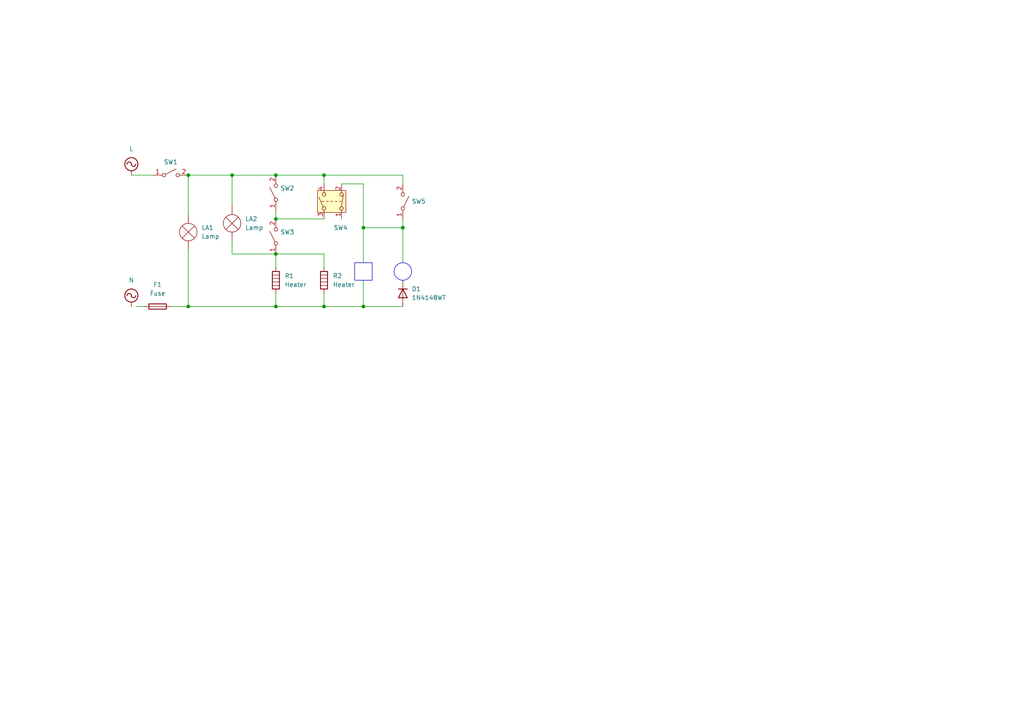
<source format=kicad_sch>
(kicad_sch (version 20250114) (generator "eeschema") (generator_version "9.0")
  (paper "A4")
  (lib_symbols
    (symbol "Device:Fuse" (pin_numbers (hide yes)) (pin_names (offset 0))
      (property "Reference" "F" (at 2.032 0 90))
      (property "Value" "Fuse" (at -1.905 0 90))
      (symbol "Fuse_0_1"
        (rectangle (start -0.762 -2.54) (end 0.762 2.54) (stroke (width 0.254)))
        (polyline (pts (xy 0 2.54) (xy 0 -2.54)))
      )
      (symbol "Fuse_1_1"
        (pin passive line (at 0 3.81 270) (length 1.27) (name "~") (number "1"))
        (pin passive line (at 0 -3.81 90) (length 1.27) (name "~") (number "2"))
      )
    )
    (symbol "Device:Heater" (pin_numbers (hide yes)) (pin_names (offset 0))
      (property "Reference" "R" (at 2.032 0 90))
      (property "Value" "Heater" (at -2.032 0 90))
      (symbol "Heater_0_1"
        (polyline (pts (xy -1.016 1.524) (xy 1.016 1.524)))
        (rectangle (start -1.016 -2.54) (end 1.016 2.54) (stroke (width 0.254)))
        (polyline (pts (xy 1.016 0.508) (xy -1.016 0.508)))
        (polyline (pts (xy 1.016 -0.508) (xy -1.016 -0.508)))
        (polyline (pts (xy 1.016 -1.524) (xy -1.016 -1.524)))
      )
      (symbol "Heater_1_1"
        (pin passive line (at 0 3.81 270) (length 1.27) (name "~") (number "1"))
        (pin passive line (at 0 -3.81 90) (length 1.27) (name "~") (number "2"))
      )
    )
    (symbol "Device:Lamp" (pin_numbers (hide yes)) (pin_names (offset 0.0254) (hide yes))
      (property "Reference" "LA" (at 0.635 3.81 0))
      (property "Value" "Lamp" (at 0.635 -3.81 0))
      (symbol "Lamp_0_1"
        (polyline (pts (xy -1.778 1.778) (xy 1.778 -1.778)))
        (circle (center 0 0) (radius 2.54))
        (polyline (pts (xy 1.778 1.778) (xy -1.778 -1.778)))
      )
      (symbol "Lamp_1_1"
        (pin passive line (at 0 5.08 270) (length 2.54) (name "+") (number "2"))
        (pin passive line (at 0 -5.08 90) (length 2.54) (name "-") (number "1"))
      )
    )
    (symbol "Diode:1N4148WT" (pin_numbers (hide yes)) (pin_names (hide yes))
      (property "Reference" "D" (at 0 2.54 0))
      (property "Value" "1N4148WT" (at 0 -2.54 0))
      (symbol "1N4148WT_0_1"
        (polyline (pts (xy -1.27 1.27) (xy -1.27 -1.27)) (stroke (width 0.254)))
        (polyline (pts (xy 1.27 1.27) (xy 1.27 -1.27) (xy -1.27 0) (xy 1.27 1.27)) (stroke (width 0.254)))
        (polyline (pts (xy 1.27 0) (xy -1.27 0)))
      )
      (symbol "1N4148WT_1_1"
        (pin passive line (at -3.81 0 0) (length 2.54) (name "K") (number "1"))
        (pin passive line (at 3.81 0 180) (length 2.54) (name "A") (number "2"))
      )
    )
    (symbol "Switch:SW_DPST" (pin_names (offset 0) (hide yes))
      (property "Reference" "SW4" (at 0.0001 -6.35 90))
      (symbol "SW_DPST_0_0"
        (circle (center -2.032 2.54) (radius 0.508))
        (circle (center -2.032 -2.54) (radius 0.508))
        (polyline (pts (xy -1.524 2.794) (xy 1.27 4.064)))
        (polyline (pts (xy -1.524 -2.54) (xy 1.778 -3.048)))
        (polyline (pts (xy 0 2.54) (xy 0 3.175)))
        (polyline (pts (xy 0 1.27) (xy 0 1.905)))
        (polyline (pts (xy 0 0) (xy 0 0.635)))
        (polyline (pts (xy 0 -1.27) (xy 0 -0.635)))
        (polyline (pts (xy 0 -2.54) (xy 0 -1.905)))
        (circle (center 2.032 2.54) (radius 0.508))
        (circle (center 2.032 -2.54) (radius 0.508))
      )
      (symbol "SW_DPST_1_1"
        (rectangle (start -3.175 4.445) (end 3.175 -3.81) (fill (type background)))
        (pin passive line (at -5.08 2.54 0) (length 2.54) (name "3") (number "3"))
        (pin passive line (at -5.08 -2.54 0) (length 2.54) (name "1") (number "1"))
        (pin passive line (at 5.08 2.54 180) (length 2.54) (name "4") (number "4"))
        (pin passive line (at 5.08 -2.54 180) (length 2.54) (name "2") (number "2"))
      )
    )
    (symbol "Switch:SW_SPST" (pin_names (offset 0) (hide yes))
      (property "Reference" "SW" (at 0 3.175 0))
      (property "Value" "SW_SPST" (at 0 -2.54 0))
      (symbol "SW_SPST_0_0"
        (circle (center -2.032 0) (radius 0.508))
        (polyline (pts (xy -1.524 0.254) (xy 1.524 1.778)))
        (circle (center 2.032 0) (radius 0.508))
      )
      (symbol "SW_SPST_1_1"
        (pin passive line (at -5.08 0 0) (length 2.54) (name "A") (number "1"))
        (pin passive line (at 5.08 0 180) (length 2.54) (name "B") (number "2"))
      )
    )
    (symbol "power:AC" (power) (pin_numbers (hide yes)) (pin_names (offset 0) (hide yes))
      (property "Value" "AC" (at 0 6.35 0))
      (symbol "AC_0_1"
        (arc (start -1.27 3.175) (mid -0.635 3.8073) (end 0 3.175) (stroke (width 0.254)))
        (circle (center 0 3.175) (radius 1.905) (stroke (width 0.254)))
        (polyline (pts (xy 0 0) (xy 0 1.27)))
        (arc (start 1.27 3.175) (mid 0.635 2.5427) (end 0 3.175) (stroke (width 0.254)))
      )
      (symbol "AC_1_1"
        (pin power_in line (at 0 0 90) (length 0) (name "~") (number "1"))
      )
    )
  )
  (circle (center 116.84 78.74) (radius 2.54))
  (rectangle (start 102.87 76.2) (end 107.95 81.28))
  (junction (at 67.31 50.8))
  (junction (at 80.01 50.8))
  (junction (at 80.01 63.5))
  (junction (at 105.41 66.04))
  (junction (at 54.61 50.8))
  (junction (at 93.98 50.8))
  (junction (at 93.98 88.9))
  (junction (at 116.84 66.04))
  (junction (at 80.01 73.66))
  (junction (at 80.01 88.9))
  (junction (at 105.41 88.9))
  (junction (at 54.61 88.9))
  (wire (pts (xy 54.61 72.39) (xy 54.61 88.9)))
  (wire (pts (xy 116.84 53.34) (xy 116.84 50.8)))
  (wire (pts (xy 54.61 50.8) (xy 67.31 50.8)))
  (wire (pts (xy 54.61 50.8) (xy 54.61 62.23)))
  (wire (pts (xy 54.61 88.9) (xy 80.01 88.9)))
  (wire (pts (xy 93.98 50.8) (xy 116.84 50.8)))
  (wire (pts (xy 38.1 50.8) (xy 44.45 50.8)))
  (wire (pts (xy 67.31 50.8) (xy 80.01 50.8)))
  (wire (pts (xy 80.01 73.66) (xy 67.31 73.66)))
  (wire (pts (xy 54.61 88.9) (xy 49.53 88.9)))
  (wire (pts (xy 116.84 66.04) (xy 116.84 63.5)))
  (wire (pts (xy 39.37 88.9) (xy 41.91 88.9)))
  (wire (pts (xy 116.84 66.04) (xy 116.84 76.2)))
  (wire (pts (xy 67.31 59.69) (xy 67.31 50.8)))
  (wire (pts (xy 105.41 53.34) (xy 105.41 66.04)))
  (wire (pts (xy 99.06 53.34) (xy 105.41 53.34)))
  (wire (pts (xy 105.41 66.04) (xy 116.84 66.04)))
  (wire (pts (xy 80.01 88.9) (xy 93.98 88.9)))
  (wire (pts (xy 67.31 73.66) (xy 67.31 69.85)))
  (wire (pts (xy 93.98 63.5) (xy 80.01 63.5)))
  (wire (pts (xy 105.41 88.9) (xy 116.84 88.9)))
  (wire (pts (xy 80.01 73.66) (xy 80.01 77.47)))
  (wire (pts (xy 93.98 88.9) (xy 93.98 85.09)))
  (wire (pts (xy 105.41 88.9) (xy 93.98 88.9)))
  (wire (pts (xy 93.98 50.8) (xy 93.98 53.34)))
  (wire (pts (xy 105.41 66.04) (xy 105.41 76.2)))
  (wire (pts (xy 93.98 73.66) (xy 93.98 77.47)))
  (wire (pts (xy 80.01 60.96) (xy 80.01 63.5)))
  (wire (pts (xy 80.01 88.9) (xy 80.01 85.09)))
  (wire (pts (xy 80.01 50.8) (xy 93.98 50.8)))
  (wire (pts (xy 105.41 81.28) (xy 105.41 88.9)))
  (wire (pts (xy 80.01 73.66) (xy 93.98 73.66)))
  (symbol (lib_id "Switch:SW_SPST") (at 80.01 68.58 90) (unit 1)
    (property "Reference" "SW3" (at 81.28 67.3099 90) (effects (justify right)))
    (property "Value" "SW_SPST" (effects (hide yes)))
    (property "Description" "Single Pole Single Throw (SPST) switch" (effects (hide yes)))
  )
  (symbol (lib_id "power:AC") (at 38.1 88.9 0) (unit 1)
    (property "Reference" "#PWR02" (effects (hide yes)))
    (property "Value" "N" (at 38.1 81.28 0))
    (property "Description" "Power symbol creates a global label with name \"AC\"" (effects (hide yes)))
  )
  (symbol (lib_id "Device:Lamp") (at 54.61 67.31 0) (unit 1)
    (property "Reference" "LA1" (at 58.42 66.0399 0) (effects (justify left)))
    (property "Value" "Lamp" (at 58.42 68.5799 0) (effects (justify left)))
    (property "Description" "Lamp" (effects (hide yes)))
  )
  (symbol (lib_id "power:AC") (at 38.1 50.8 0) (unit 1)
    (property "Reference" "#PWR01" (effects (hide yes)))
    (property "Value" "L" (at 38.1 43.18 0))
    (property "Description" "Power symbol creates a global label with name \"AC\"" (effects (hide yes)))
  )
  (symbol (lib_id "Device:Lamp") (at 67.31 64.77 0) (unit 1)
    (property "Reference" "LA2" (at 71.12 63.4999 0) (effects (justify left)))
    (property "Value" "Lamp" (at 71.12 66.0399 0) (effects (justify left)))
    (property "Description" "Lamp" (effects (hide yes)))
  )
  (symbol (lib_id "Switch:SW_SPST") (at 80.01 55.88 90) (unit 1)
    (property "Reference" "SW2" (at 81.28 54.6099 90) (effects (justify right)))
    (property "Value" "SW_SPST" (effects (hide yes)))
    (property "Description" "Single Pole Single Throw (SPST) switch" (effects (hide yes)))
  )
  (symbol (lib_id "Device:Heater") (at 93.98 81.28 0) (unit 1)
    (property "Reference" "R2" (at 96.52 80.0099 0) (effects (justify left)))
    (property "Value" "Heater" (at 96.52 82.5499 0) (effects (justify left)))
    (property "Description" "Resistive heater" (effects (hide yes)))
  )
  (symbol (lib_id "Switch:SW_SPST") (at 116.84 58.42 270) (mirror x) (unit 1)
    (property "Reference" "SW5" (at 119.38 58.4199 90) (effects (justify left)))
    (property "Value" "SW_SPST" (effects (hide yes)))
    (property "Description" "Single Pole Single Throw (SPST) switch" (effects (hide yes)))
  )
  (symbol (lib_id "Device:Heater") (at 80.01 81.28 0) (unit 1)
    (property "Reference" "R1" (at 82.55 80.0099 0) (effects (justify left)))
    (property "Value" "Heater" (at 82.55 82.5499 0) (effects (justify left)))
    (property "Description" "Resistive heater" (effects (hide yes)))
  )
  (symbol (lib_id "Device:Fuse") (at 45.72 88.9 90) (unit 1)
    (property "Reference" "F1" (at 45.72 82.55 90))
    (property "Value" "Fuse" (at 45.72 85.09 90))
    (property "Description" "Fuse" (effects (hide yes)))
  )
  (symbol (lib_id "Switch:SW_SPST") (at 49.53 50.8 0) (unit 1)
    (property "Reference" "SW1" (at 49.53 46.99 0))
    (property "Value" "SW_SPST" (effects (hide yes)))
    (property "Description" "Single Pole Single Throw (SPST) switch" (effects (hide yes)))
  )
  (symbol (lib_id "Diode:1N4148WT") (at 116.84 85.09 270) (unit 1)
    (property "Reference" "D1" (at 119.38 83.8199 90) (effects (justify left)))
    (property "Value" "1N4148WT" (at 119.38 86.3599 90) (effects (justify left)))
    (property "Footprint" "Diode_SMD:D_SOD-523" (effects (hide yes)))
    (property "Datasheet" "https://www.diodes.com/assets/Datasheets/ds30396.pdf" (effects (hide yes)))
    (property "Description" "75V 0.15A Fast switching Diode, SOD-523" (effects (hide yes)))
    (property "Sim.Device" "D" (effects (hide yes)))
    (property "Sim.Pins" "1=K 2=A" (effects (hide yes)))
  )
  (symbol (lib_id "Switch:SW_DPST") (at 96.52 58.42 90) (unit 1)
    (property "Reference" "SW4" (at 96.774 66.04 90) (effects (justify right)))
    (property "Value" "SW_DPST" (effects (hide yes)))
    (property "Description" "Double Pole Single Throw (DPST) Switch" (effects (hide yes)))
  )
)
</source>
